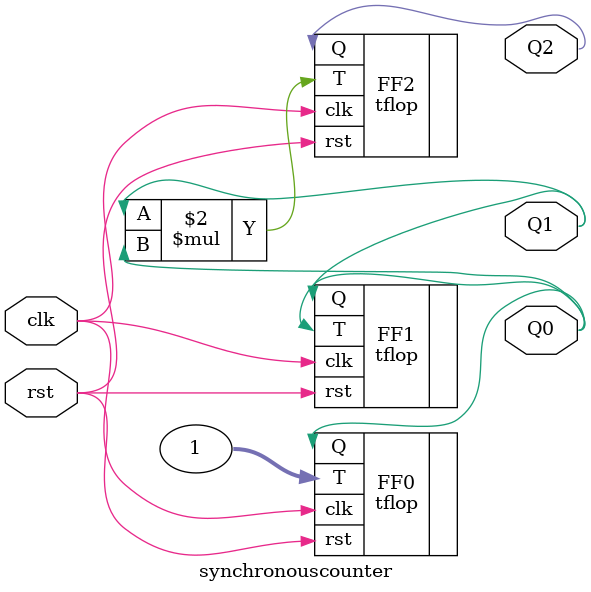
<source format=sv>
`timescale 1ns / 1ps


module synchronouscounter(
    input clk,
    input rst,
    output logic Q0,
    output logic Q1,
    output logic Q2
    );
    
  
    tflop FF0(.clk(clk), .rst(rst), .T(1),. Q(Q0));
    tflop FF1(.clk(clk), .rst(rst), .T(Q0),. Q(Q1));
    tflop FF2(.clk(clk), .rst(rst), .T(Q1 * Q0)  ,. Q(Q2));
endmodule

</source>
